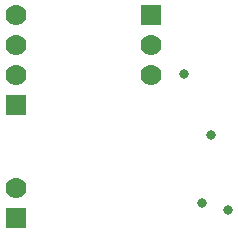
<source format=gbr>
%TF.GenerationSoftware,KiCad,Pcbnew,7.0.10-7.0.10~ubuntu20.04.1*%
%TF.CreationDate,2024-01-20T13:36:00-08:00*%
%TF.ProjectId,beambreak,6265616d-6272-4656-916b-2e6b69636164,rev?*%
%TF.SameCoordinates,Original*%
%TF.FileFunction,Copper,L2,Inr*%
%TF.FilePolarity,Positive*%
%FSLAX46Y46*%
G04 Gerber Fmt 4.6, Leading zero omitted, Abs format (unit mm)*
G04 Created by KiCad (PCBNEW 7.0.10-7.0.10~ubuntu20.04.1) date 2024-01-20 13:36:00*
%MOMM*%
%LPD*%
G01*
G04 APERTURE LIST*
%TA.AperFunction,ComponentPad*%
%ADD10R,1.778000X1.778000*%
%TD*%
%TA.AperFunction,ComponentPad*%
%ADD11C,1.778000*%
%TD*%
%TA.AperFunction,ViaPad*%
%ADD12C,0.800000*%
%TD*%
G04 APERTURE END LIST*
D10*
%TO.N,GNDS*%
%TO.C,J3*%
X131064000Y-85725000D03*
D11*
%TO.N,/5V0*%
X131064000Y-88265000D03*
%TO.N,/~{ON}*%
X131064000Y-90805000D03*
%TD*%
D10*
%TO.N,GND*%
%TO.C,J2*%
X119634000Y-93345000D03*
D11*
%TO.N,/12V*%
X119634000Y-90805000D03*
%TO.N,/IN*%
X119634000Y-88265000D03*
%TO.N,unconnected-(J2-Pad4)*%
X119634000Y-85725000D03*
%TD*%
D10*
%TO.N,GND*%
%TO.C,J1*%
X119634000Y-102870000D03*
D11*
%TO.N,/12V*%
X119634000Y-100330000D03*
%TD*%
D12*
%TO.N,GNDS*%
X136144000Y-95885000D03*
X135382000Y-101600000D03*
%TO.N,GND*%
X137541000Y-102235000D03*
%TO.N,/~{ON}*%
X133858000Y-90678000D03*
%TD*%
M02*

</source>
